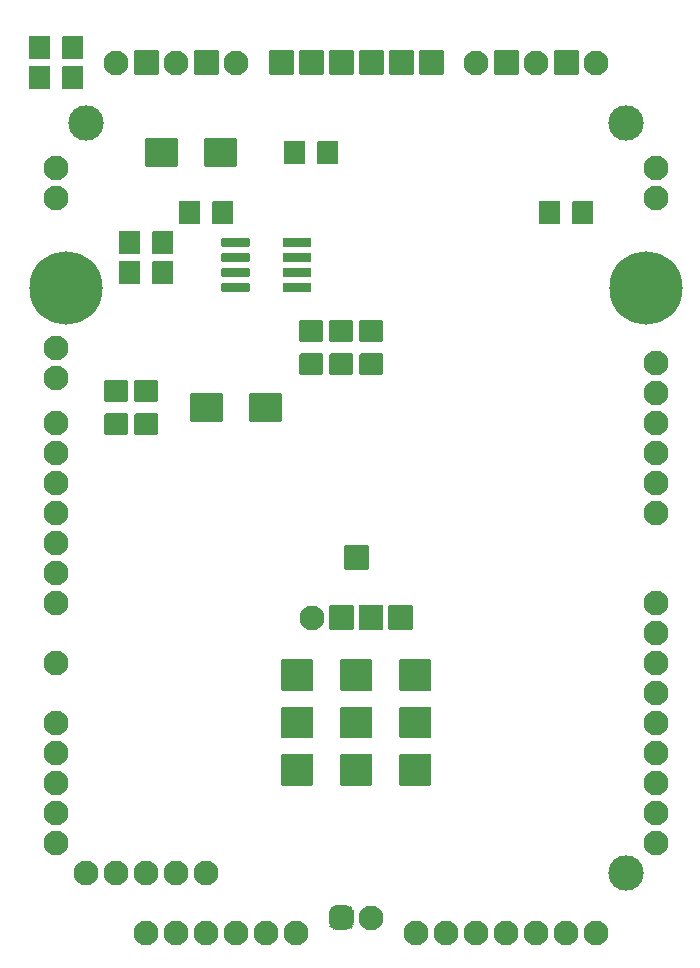
<source format=gbr>
G04 #@! TF.GenerationSoftware,KiCad,Pcbnew,5.1.12-84ad8e8a86~92~ubuntu20.04.1*
G04 #@! TF.CreationDate,2023-04-09T19:56:31+06:00*
G04 #@! TF.ProjectId,phaser_a_r1a,70686173-6572-45f6-915f-7231612e6b69,1A*
G04 #@! TF.SameCoordinates,Original*
G04 #@! TF.FileFunction,Soldermask,Bot*
G04 #@! TF.FilePolarity,Negative*
%FSLAX46Y46*%
G04 Gerber Fmt 4.6, Leading zero omitted, Abs format (unit mm)*
G04 Created by KiCad (PCBNEW 5.1.12-84ad8e8a86~92~ubuntu20.04.1) date 2023-04-09 19:56:31*
%MOMM*%
%LPD*%
G01*
G04 APERTURE LIST*
%ADD10C,3.000000*%
%ADD11C,2.100000*%
%ADD12C,6.200000*%
%ADD13C,0.100000*%
G04 APERTURE END LIST*
D10*
X128270000Y-196850000D03*
X82550000Y-133350000D03*
X128270000Y-133350000D03*
D11*
X80010000Y-158750000D03*
X80010000Y-161290000D03*
X80010000Y-184150000D03*
X80010000Y-173990000D03*
X80010000Y-179070000D03*
G36*
G01*
X103900000Y-134990000D02*
X103900000Y-136790000D01*
G75*
G02*
X103800000Y-136890000I-100000J0D01*
G01*
X102200000Y-136890000D01*
G75*
G02*
X102100000Y-136790000I0J100000D01*
G01*
X102100000Y-134990000D01*
G75*
G02*
X102200000Y-134890000I100000J0D01*
G01*
X103800000Y-134890000D01*
G75*
G02*
X103900000Y-134990000I0J-100000D01*
G01*
G37*
G36*
G01*
X101100000Y-134990000D02*
X101100000Y-136790000D01*
G75*
G02*
X101000000Y-136890000I-100000J0D01*
G01*
X99400000Y-136890000D01*
G75*
G02*
X99300000Y-136790000I0J100000D01*
G01*
X99300000Y-134990000D01*
G75*
G02*
X99400000Y-134890000I100000J0D01*
G01*
X101000000Y-134890000D01*
G75*
G02*
X101100000Y-134990000I0J-100000D01*
G01*
G37*
G36*
G01*
X122140000Y-129220000D02*
X122140000Y-127320000D01*
G75*
G02*
X122240000Y-127220000I100000J0D01*
G01*
X124140000Y-127220000D01*
G75*
G02*
X124240000Y-127320000I0J-100000D01*
G01*
X124240000Y-129220000D01*
G75*
G02*
X124140000Y-129320000I-100000J0D01*
G01*
X122240000Y-129320000D01*
G75*
G02*
X122140000Y-129220000I0J100000D01*
G01*
G37*
G36*
G01*
X117060000Y-129220000D02*
X117060000Y-127320000D01*
G75*
G02*
X117160000Y-127220000I100000J0D01*
G01*
X119060000Y-127220000D01*
G75*
G02*
X119160000Y-127320000I0J-100000D01*
G01*
X119160000Y-129220000D01*
G75*
G02*
X119060000Y-129320000I-100000J0D01*
G01*
X117160000Y-129320000D01*
G75*
G02*
X117060000Y-129220000I0J100000D01*
G01*
G37*
G36*
G01*
X91660000Y-129220000D02*
X91660000Y-127320000D01*
G75*
G02*
X91760000Y-127220000I100000J0D01*
G01*
X93660000Y-127220000D01*
G75*
G02*
X93760000Y-127320000I0J-100000D01*
G01*
X93760000Y-129220000D01*
G75*
G02*
X93660000Y-129320000I-100000J0D01*
G01*
X91760000Y-129320000D01*
G75*
G02*
X91660000Y-129220000I0J100000D01*
G01*
G37*
G36*
G01*
X86580000Y-129220000D02*
X86580000Y-127320000D01*
G75*
G02*
X86680000Y-127220000I100000J0D01*
G01*
X88580000Y-127220000D01*
G75*
G02*
X88680000Y-127320000I0J-100000D01*
G01*
X88680000Y-129220000D01*
G75*
G02*
X88580000Y-129320000I-100000J0D01*
G01*
X86680000Y-129320000D01*
G75*
G02*
X86580000Y-129220000I0J100000D01*
G01*
G37*
G36*
G01*
X105630000Y-129220000D02*
X105630000Y-127320000D01*
G75*
G02*
X105730000Y-127220000I100000J0D01*
G01*
X107630000Y-127220000D01*
G75*
G02*
X107730000Y-127320000I0J-100000D01*
G01*
X107730000Y-129220000D01*
G75*
G02*
X107630000Y-129320000I-100000J0D01*
G01*
X105730000Y-129320000D01*
G75*
G02*
X105630000Y-129220000I0J100000D01*
G01*
G37*
G36*
G01*
X98010000Y-129220000D02*
X98010000Y-127320000D01*
G75*
G02*
X98110000Y-127220000I100000J0D01*
G01*
X100010000Y-127220000D01*
G75*
G02*
X100110000Y-127320000I0J-100000D01*
G01*
X100110000Y-129220000D01*
G75*
G02*
X100010000Y-129320000I-100000J0D01*
G01*
X98110000Y-129320000D01*
G75*
G02*
X98010000Y-129220000I0J100000D01*
G01*
G37*
G36*
G01*
X103090000Y-129220000D02*
X103090000Y-127320000D01*
G75*
G02*
X103190000Y-127220000I100000J0D01*
G01*
X105090000Y-127220000D01*
G75*
G02*
X105190000Y-127320000I0J-100000D01*
G01*
X105190000Y-129220000D01*
G75*
G02*
X105090000Y-129320000I-100000J0D01*
G01*
X103190000Y-129320000D01*
G75*
G02*
X103090000Y-129220000I0J100000D01*
G01*
G37*
G36*
G01*
X100550000Y-129220000D02*
X100550000Y-127320000D01*
G75*
G02*
X100650000Y-127220000I100000J0D01*
G01*
X102550000Y-127220000D01*
G75*
G02*
X102650000Y-127320000I0J-100000D01*
G01*
X102650000Y-129220000D01*
G75*
G02*
X102550000Y-129320000I-100000J0D01*
G01*
X100650000Y-129320000D01*
G75*
G02*
X100550000Y-129220000I0J100000D01*
G01*
G37*
G36*
G01*
X108170000Y-129220000D02*
X108170000Y-127320000D01*
G75*
G02*
X108270000Y-127220000I100000J0D01*
G01*
X110170000Y-127220000D01*
G75*
G02*
X110270000Y-127320000I0J-100000D01*
G01*
X110270000Y-129220000D01*
G75*
G02*
X110170000Y-129320000I-100000J0D01*
G01*
X108270000Y-129320000D01*
G75*
G02*
X108170000Y-129220000I0J100000D01*
G01*
G37*
G36*
G01*
X110710000Y-129220000D02*
X110710000Y-127320000D01*
G75*
G02*
X110810000Y-127220000I100000J0D01*
G01*
X112710000Y-127220000D01*
G75*
G02*
X112810000Y-127320000I0J-100000D01*
G01*
X112810000Y-129220000D01*
G75*
G02*
X112710000Y-129320000I-100000J0D01*
G01*
X110810000Y-129320000D01*
G75*
G02*
X110710000Y-129220000I0J100000D01*
G01*
G37*
X95250000Y-128270000D03*
X90170000Y-128270000D03*
X85090000Y-128270000D03*
X125730000Y-128270000D03*
X120650000Y-128270000D03*
X115570000Y-128270000D03*
D12*
X80840000Y-147320000D03*
X129980000Y-147320000D03*
D11*
X130810000Y-139700000D03*
X130810000Y-137160000D03*
X130810000Y-161290000D03*
X130810000Y-158750000D03*
X80010000Y-137160000D03*
X80010000Y-139700000D03*
X80010000Y-191770000D03*
X80010000Y-194310000D03*
X80010000Y-186690000D03*
X80010000Y-189230000D03*
X80010000Y-168910000D03*
X80010000Y-171450000D03*
X80010000Y-163830000D03*
X80010000Y-166370000D03*
X130810000Y-163830000D03*
X130810000Y-166370000D03*
X80010000Y-154940000D03*
X80010000Y-152400000D03*
X130810000Y-156210000D03*
X130810000Y-153670000D03*
X130810000Y-173990000D03*
X130810000Y-176530000D03*
X130810000Y-189230000D03*
X130810000Y-191770000D03*
X130810000Y-194310000D03*
X130810000Y-186690000D03*
X130810000Y-184150000D03*
X130810000Y-181610000D03*
X130810000Y-179070000D03*
X92710000Y-196850000D03*
X90170000Y-196850000D03*
X87630000Y-196850000D03*
X85090000Y-196850000D03*
X82550000Y-196850000D03*
X100330000Y-201930000D03*
X97790000Y-201930000D03*
X95250000Y-201930000D03*
X92710000Y-201930000D03*
X90170000Y-201930000D03*
X87630000Y-201930000D03*
X125730000Y-201930000D03*
X123190000Y-201930000D03*
X120650000Y-201930000D03*
X118110000Y-201930000D03*
X115570000Y-201930000D03*
X113030000Y-201930000D03*
X110490000Y-201930000D03*
G36*
G01*
X86730000Y-155180000D02*
X88530000Y-155180000D01*
G75*
G02*
X88630000Y-155280000I0J-100000D01*
G01*
X88630000Y-156880000D01*
G75*
G02*
X88530000Y-156980000I-100000J0D01*
G01*
X86730000Y-156980000D01*
G75*
G02*
X86630000Y-156880000I0J100000D01*
G01*
X86630000Y-155280000D01*
G75*
G02*
X86730000Y-155180000I100000J0D01*
G01*
G37*
G36*
G01*
X86730000Y-157980000D02*
X88530000Y-157980000D01*
G75*
G02*
X88630000Y-158080000I0J-100000D01*
G01*
X88630000Y-159680000D01*
G75*
G02*
X88530000Y-159780000I-100000J0D01*
G01*
X86730000Y-159780000D01*
G75*
G02*
X86630000Y-159680000I0J100000D01*
G01*
X86630000Y-158080000D01*
G75*
G02*
X86730000Y-157980000I100000J0D01*
G01*
G37*
G36*
G01*
X105780000Y-152900000D02*
X107580000Y-152900000D01*
G75*
G02*
X107680000Y-153000000I0J-100000D01*
G01*
X107680000Y-154600000D01*
G75*
G02*
X107580000Y-154700000I-100000J0D01*
G01*
X105780000Y-154700000D01*
G75*
G02*
X105680000Y-154600000I0J100000D01*
G01*
X105680000Y-153000000D01*
G75*
G02*
X105780000Y-152900000I100000J0D01*
G01*
G37*
G36*
G01*
X105780000Y-150100000D02*
X107580000Y-150100000D01*
G75*
G02*
X107680000Y-150200000I0J-100000D01*
G01*
X107680000Y-151800000D01*
G75*
G02*
X107580000Y-151900000I-100000J0D01*
G01*
X105780000Y-151900000D01*
G75*
G02*
X105680000Y-151800000I0J100000D01*
G01*
X105680000Y-150200000D01*
G75*
G02*
X105780000Y-150100000I100000J0D01*
G01*
G37*
G36*
G01*
X125490000Y-140070000D02*
X125490000Y-141870000D01*
G75*
G02*
X125390000Y-141970000I-100000J0D01*
G01*
X123790000Y-141970000D01*
G75*
G02*
X123690000Y-141870000I0J100000D01*
G01*
X123690000Y-140070000D01*
G75*
G02*
X123790000Y-139970000I100000J0D01*
G01*
X125390000Y-139970000D01*
G75*
G02*
X125490000Y-140070000I0J-100000D01*
G01*
G37*
G36*
G01*
X122690000Y-140070000D02*
X122690000Y-141870000D01*
G75*
G02*
X122590000Y-141970000I-100000J0D01*
G01*
X120990000Y-141970000D01*
G75*
G02*
X120890000Y-141870000I0J100000D01*
G01*
X120890000Y-140070000D01*
G75*
G02*
X120990000Y-139970000I100000J0D01*
G01*
X122590000Y-139970000D01*
G75*
G02*
X122690000Y-140070000I0J-100000D01*
G01*
G37*
G36*
G01*
X102500000Y-151900000D02*
X100700000Y-151900000D01*
G75*
G02*
X100600000Y-151800000I0J100000D01*
G01*
X100600000Y-150200000D01*
G75*
G02*
X100700000Y-150100000I100000J0D01*
G01*
X102500000Y-150100000D01*
G75*
G02*
X102600000Y-150200000I0J-100000D01*
G01*
X102600000Y-151800000D01*
G75*
G02*
X102500000Y-151900000I-100000J0D01*
G01*
G37*
G36*
G01*
X102500000Y-154700000D02*
X100700000Y-154700000D01*
G75*
G02*
X100600000Y-154600000I0J100000D01*
G01*
X100600000Y-153000000D01*
G75*
G02*
X100700000Y-152900000I100000J0D01*
G01*
X102500000Y-152900000D01*
G75*
G02*
X102600000Y-153000000I0J-100000D01*
G01*
X102600000Y-154600000D01*
G75*
G02*
X102500000Y-154700000I-100000J0D01*
G01*
G37*
G36*
G01*
X87130000Y-145150000D02*
X87130000Y-146950000D01*
G75*
G02*
X87030000Y-147050000I-100000J0D01*
G01*
X85430000Y-147050000D01*
G75*
G02*
X85330000Y-146950000I0J100000D01*
G01*
X85330000Y-145150000D01*
G75*
G02*
X85430000Y-145050000I100000J0D01*
G01*
X87030000Y-145050000D01*
G75*
G02*
X87130000Y-145150000I0J-100000D01*
G01*
G37*
G36*
G01*
X89930000Y-145150000D02*
X89930000Y-146950000D01*
G75*
G02*
X89830000Y-147050000I-100000J0D01*
G01*
X88230000Y-147050000D01*
G75*
G02*
X88130000Y-146950000I0J100000D01*
G01*
X88130000Y-145150000D01*
G75*
G02*
X88230000Y-145050000I100000J0D01*
G01*
X89830000Y-145050000D01*
G75*
G02*
X89930000Y-145150000I0J-100000D01*
G01*
G37*
G36*
G01*
X88130000Y-144410000D02*
X88130000Y-142610000D01*
G75*
G02*
X88230000Y-142510000I100000J0D01*
G01*
X89830000Y-142510000D01*
G75*
G02*
X89930000Y-142610000I0J-100000D01*
G01*
X89930000Y-144410000D01*
G75*
G02*
X89830000Y-144510000I-100000J0D01*
G01*
X88230000Y-144510000D01*
G75*
G02*
X88130000Y-144410000I0J100000D01*
G01*
G37*
G36*
G01*
X85330000Y-144410000D02*
X85330000Y-142610000D01*
G75*
G02*
X85430000Y-142510000I100000J0D01*
G01*
X87030000Y-142510000D01*
G75*
G02*
X87130000Y-142610000I0J-100000D01*
G01*
X87130000Y-144410000D01*
G75*
G02*
X87030000Y-144510000I-100000J0D01*
G01*
X85430000Y-144510000D01*
G75*
G02*
X85330000Y-144410000I0J100000D01*
G01*
G37*
G36*
G01*
X95010000Y-140070000D02*
X95010000Y-141870000D01*
G75*
G02*
X94910000Y-141970000I-100000J0D01*
G01*
X93310000Y-141970000D01*
G75*
G02*
X93210000Y-141870000I0J100000D01*
G01*
X93210000Y-140070000D01*
G75*
G02*
X93310000Y-139970000I100000J0D01*
G01*
X94910000Y-139970000D01*
G75*
G02*
X95010000Y-140070000I0J-100000D01*
G01*
G37*
G36*
G01*
X92210000Y-140070000D02*
X92210000Y-141870000D01*
G75*
G02*
X92110000Y-141970000I-100000J0D01*
G01*
X90510000Y-141970000D01*
G75*
G02*
X90410000Y-141870000I0J100000D01*
G01*
X90410000Y-140070000D01*
G75*
G02*
X90510000Y-139970000I100000J0D01*
G01*
X92110000Y-139970000D01*
G75*
G02*
X92210000Y-140070000I0J-100000D01*
G01*
G37*
G36*
G01*
X80510000Y-130440000D02*
X80510000Y-128640000D01*
G75*
G02*
X80610000Y-128540000I100000J0D01*
G01*
X82210000Y-128540000D01*
G75*
G02*
X82310000Y-128640000I0J-100000D01*
G01*
X82310000Y-130440000D01*
G75*
G02*
X82210000Y-130540000I-100000J0D01*
G01*
X80610000Y-130540000D01*
G75*
G02*
X80510000Y-130440000I0J100000D01*
G01*
G37*
G36*
G01*
X77710000Y-130440000D02*
X77710000Y-128640000D01*
G75*
G02*
X77810000Y-128540000I100000J0D01*
G01*
X79410000Y-128540000D01*
G75*
G02*
X79510000Y-128640000I0J-100000D01*
G01*
X79510000Y-130440000D01*
G75*
G02*
X79410000Y-130540000I-100000J0D01*
G01*
X77810000Y-130540000D01*
G75*
G02*
X77710000Y-130440000I0J100000D01*
G01*
G37*
G36*
G01*
X99190000Y-147620000D02*
X99190000Y-147020000D01*
G75*
G02*
X99290000Y-146920000I100000J0D01*
G01*
X101490000Y-146920000D01*
G75*
G02*
X101590000Y-147020000I0J-100000D01*
G01*
X101590000Y-147620000D01*
G75*
G02*
X101490000Y-147720000I-100000J0D01*
G01*
X99290000Y-147720000D01*
G75*
G02*
X99190000Y-147620000I0J100000D01*
G01*
G37*
G36*
G01*
X99190000Y-146350000D02*
X99190000Y-145750000D01*
G75*
G02*
X99290000Y-145650000I100000J0D01*
G01*
X101490000Y-145650000D01*
G75*
G02*
X101590000Y-145750000I0J-100000D01*
G01*
X101590000Y-146350000D01*
G75*
G02*
X101490000Y-146450000I-100000J0D01*
G01*
X99290000Y-146450000D01*
G75*
G02*
X99190000Y-146350000I0J100000D01*
G01*
G37*
G36*
G01*
X99190000Y-145080000D02*
X99190000Y-144480000D01*
G75*
G02*
X99290000Y-144380000I100000J0D01*
G01*
X101490000Y-144380000D01*
G75*
G02*
X101590000Y-144480000I0J-100000D01*
G01*
X101590000Y-145080000D01*
G75*
G02*
X101490000Y-145180000I-100000J0D01*
G01*
X99290000Y-145180000D01*
G75*
G02*
X99190000Y-145080000I0J100000D01*
G01*
G37*
G36*
G01*
X99190000Y-143810000D02*
X99190000Y-143210000D01*
G75*
G02*
X99290000Y-143110000I100000J0D01*
G01*
X101490000Y-143110000D01*
G75*
G02*
X101590000Y-143210000I0J-100000D01*
G01*
X101590000Y-143810000D01*
G75*
G02*
X101490000Y-143910000I-100000J0D01*
G01*
X99290000Y-143910000D01*
G75*
G02*
X99190000Y-143810000I0J100000D01*
G01*
G37*
G36*
G01*
X93990000Y-143810000D02*
X93990000Y-143210000D01*
G75*
G02*
X94090000Y-143110000I100000J0D01*
G01*
X96290000Y-143110000D01*
G75*
G02*
X96390000Y-143210000I0J-100000D01*
G01*
X96390000Y-143810000D01*
G75*
G02*
X96290000Y-143910000I-100000J0D01*
G01*
X94090000Y-143910000D01*
G75*
G02*
X93990000Y-143810000I0J100000D01*
G01*
G37*
G36*
G01*
X93990000Y-145080000D02*
X93990000Y-144480000D01*
G75*
G02*
X94090000Y-144380000I100000J0D01*
G01*
X96290000Y-144380000D01*
G75*
G02*
X96390000Y-144480000I0J-100000D01*
G01*
X96390000Y-145080000D01*
G75*
G02*
X96290000Y-145180000I-100000J0D01*
G01*
X94090000Y-145180000D01*
G75*
G02*
X93990000Y-145080000I0J100000D01*
G01*
G37*
G36*
G01*
X93990000Y-146350000D02*
X93990000Y-145750000D01*
G75*
G02*
X94090000Y-145650000I100000J0D01*
G01*
X96290000Y-145650000D01*
G75*
G02*
X96390000Y-145750000I0J-100000D01*
G01*
X96390000Y-146350000D01*
G75*
G02*
X96290000Y-146450000I-100000J0D01*
G01*
X94090000Y-146450000D01*
G75*
G02*
X93990000Y-146350000I0J100000D01*
G01*
G37*
G36*
G01*
X93990000Y-147620000D02*
X93990000Y-147020000D01*
G75*
G02*
X94090000Y-146920000I100000J0D01*
G01*
X96290000Y-146920000D01*
G75*
G02*
X96390000Y-147020000I0J-100000D01*
G01*
X96390000Y-147620000D01*
G75*
G02*
X96290000Y-147720000I-100000J0D01*
G01*
X94090000Y-147720000D01*
G75*
G02*
X93990000Y-147620000I0J100000D01*
G01*
G37*
G36*
G01*
X94150000Y-156380000D02*
X94150000Y-158580000D01*
G75*
G02*
X94050000Y-158680000I-100000J0D01*
G01*
X91450000Y-158680000D01*
G75*
G02*
X91350000Y-158580000I0J100000D01*
G01*
X91350000Y-156380000D01*
G75*
G02*
X91450000Y-156280000I100000J0D01*
G01*
X94050000Y-156280000D01*
G75*
G02*
X94150000Y-156380000I0J-100000D01*
G01*
G37*
G36*
G01*
X99150000Y-156380000D02*
X99150000Y-158580000D01*
G75*
G02*
X99050000Y-158680000I-100000J0D01*
G01*
X96450000Y-158680000D01*
G75*
G02*
X96350000Y-158580000I0J100000D01*
G01*
X96350000Y-156380000D01*
G75*
G02*
X96450000Y-156280000I100000J0D01*
G01*
X99050000Y-156280000D01*
G75*
G02*
X99150000Y-156380000I0J-100000D01*
G01*
G37*
G36*
G01*
X103240000Y-152900000D02*
X105040000Y-152900000D01*
G75*
G02*
X105140000Y-153000000I0J-100000D01*
G01*
X105140000Y-154600000D01*
G75*
G02*
X105040000Y-154700000I-100000J0D01*
G01*
X103240000Y-154700000D01*
G75*
G02*
X103140000Y-154600000I0J100000D01*
G01*
X103140000Y-153000000D01*
G75*
G02*
X103240000Y-152900000I100000J0D01*
G01*
G37*
G36*
G01*
X103240000Y-150100000D02*
X105040000Y-150100000D01*
G75*
G02*
X105140000Y-150200000I0J-100000D01*
G01*
X105140000Y-151800000D01*
G75*
G02*
X105040000Y-151900000I-100000J0D01*
G01*
X103240000Y-151900000D01*
G75*
G02*
X103140000Y-151800000I0J100000D01*
G01*
X103140000Y-150200000D01*
G75*
G02*
X103240000Y-150100000I100000J0D01*
G01*
G37*
G36*
G01*
X87540000Y-136990000D02*
X87540000Y-134790000D01*
G75*
G02*
X87640000Y-134690000I100000J0D01*
G01*
X90240000Y-134690000D01*
G75*
G02*
X90340000Y-134790000I0J-100000D01*
G01*
X90340000Y-136990000D01*
G75*
G02*
X90240000Y-137090000I-100000J0D01*
G01*
X87640000Y-137090000D01*
G75*
G02*
X87540000Y-136990000I0J100000D01*
G01*
G37*
G36*
G01*
X92540000Y-136990000D02*
X92540000Y-134790000D01*
G75*
G02*
X92640000Y-134690000I100000J0D01*
G01*
X95240000Y-134690000D01*
G75*
G02*
X95340000Y-134790000I0J-100000D01*
G01*
X95340000Y-136990000D01*
G75*
G02*
X95240000Y-137090000I-100000J0D01*
G01*
X92640000Y-137090000D01*
G75*
G02*
X92540000Y-136990000I0J100000D01*
G01*
G37*
G36*
G01*
X79510000Y-126100000D02*
X79510000Y-127900000D01*
G75*
G02*
X79410000Y-128000000I-100000J0D01*
G01*
X77810000Y-128000000D01*
G75*
G02*
X77710000Y-127900000I0J100000D01*
G01*
X77710000Y-126100000D01*
G75*
G02*
X77810000Y-126000000I100000J0D01*
G01*
X79410000Y-126000000D01*
G75*
G02*
X79510000Y-126100000I0J-100000D01*
G01*
G37*
G36*
G01*
X82310000Y-126100000D02*
X82310000Y-127900000D01*
G75*
G02*
X82210000Y-128000000I-100000J0D01*
G01*
X80610000Y-128000000D01*
G75*
G02*
X80510000Y-127900000I0J100000D01*
G01*
X80510000Y-126100000D01*
G75*
G02*
X80610000Y-126000000I100000J0D01*
G01*
X82210000Y-126000000D01*
G75*
G02*
X82310000Y-126100000I0J-100000D01*
G01*
G37*
G36*
G01*
X85990000Y-159780000D02*
X84190000Y-159780000D01*
G75*
G02*
X84090000Y-159680000I0J100000D01*
G01*
X84090000Y-158080000D01*
G75*
G02*
X84190000Y-157980000I100000J0D01*
G01*
X85990000Y-157980000D01*
G75*
G02*
X86090000Y-158080000I0J-100000D01*
G01*
X86090000Y-159680000D01*
G75*
G02*
X85990000Y-159780000I-100000J0D01*
G01*
G37*
G36*
G01*
X85990000Y-156980000D02*
X84190000Y-156980000D01*
G75*
G02*
X84090000Y-156880000I0J100000D01*
G01*
X84090000Y-155280000D01*
G75*
G02*
X84190000Y-155180000I100000J0D01*
G01*
X85990000Y-155180000D01*
G75*
G02*
X86090000Y-155280000I0J-100000D01*
G01*
X86090000Y-156880000D01*
G75*
G02*
X85990000Y-156980000I-100000J0D01*
G01*
G37*
G36*
G01*
X104360000Y-171130000D02*
X104360000Y-169230000D01*
G75*
G02*
X104460000Y-169130000I100000J0D01*
G01*
X106360000Y-169130000D01*
G75*
G02*
X106460000Y-169230000I0J-100000D01*
G01*
X106460000Y-171130000D01*
G75*
G02*
X106360000Y-171230000I-100000J0D01*
G01*
X104460000Y-171230000D01*
G75*
G02*
X104360000Y-171130000I0J100000D01*
G01*
G37*
X106680000Y-200660000D03*
G36*
G01*
X105190000Y-200240000D02*
X105190000Y-201080000D01*
G75*
G02*
X104560000Y-201710000I-630000J0D01*
G01*
X103720000Y-201710000D01*
G75*
G02*
X103090000Y-201080000I0J630000D01*
G01*
X103090000Y-200240000D01*
G75*
G02*
X103720000Y-199610000I630000J0D01*
G01*
X104560000Y-199610000D01*
G75*
G02*
X105190000Y-200240000I0J-630000D01*
G01*
G37*
G36*
G01*
X109060000Y-185400000D02*
X109060000Y-182900000D01*
G75*
G02*
X109160000Y-182800000I100000J0D01*
G01*
X111660000Y-182800000D01*
G75*
G02*
X111760000Y-182900000I0J-100000D01*
G01*
X111760000Y-185400000D01*
G75*
G02*
X111660000Y-185500000I-100000J0D01*
G01*
X109160000Y-185500000D01*
G75*
G02*
X109060000Y-185400000I0J100000D01*
G01*
G37*
G36*
G01*
X109060000Y-189400000D02*
X109060000Y-186900000D01*
G75*
G02*
X109160000Y-186800000I100000J0D01*
G01*
X111660000Y-186800000D01*
G75*
G02*
X111760000Y-186900000I0J-100000D01*
G01*
X111760000Y-189400000D01*
G75*
G02*
X111660000Y-189500000I-100000J0D01*
G01*
X109160000Y-189500000D01*
G75*
G02*
X109060000Y-189400000I0J100000D01*
G01*
G37*
G36*
G01*
X109060000Y-181400000D02*
X109060000Y-178900000D01*
G75*
G02*
X109160000Y-178800000I100000J0D01*
G01*
X111660000Y-178800000D01*
G75*
G02*
X111760000Y-178900000I0J-100000D01*
G01*
X111760000Y-181400000D01*
G75*
G02*
X111660000Y-181500000I-100000J0D01*
G01*
X109160000Y-181500000D01*
G75*
G02*
X109060000Y-181400000I0J100000D01*
G01*
G37*
G36*
G01*
X104060000Y-185400000D02*
X104060000Y-182900000D01*
G75*
G02*
X104160000Y-182800000I100000J0D01*
G01*
X106660000Y-182800000D01*
G75*
G02*
X106760000Y-182900000I0J-100000D01*
G01*
X106760000Y-185400000D01*
G75*
G02*
X106660000Y-185500000I-100000J0D01*
G01*
X104160000Y-185500000D01*
G75*
G02*
X104060000Y-185400000I0J100000D01*
G01*
G37*
G36*
G01*
X104060000Y-189400000D02*
X104060000Y-186900000D01*
G75*
G02*
X104160000Y-186800000I100000J0D01*
G01*
X106660000Y-186800000D01*
G75*
G02*
X106760000Y-186900000I0J-100000D01*
G01*
X106760000Y-189400000D01*
G75*
G02*
X106660000Y-189500000I-100000J0D01*
G01*
X104160000Y-189500000D01*
G75*
G02*
X104060000Y-189400000I0J100000D01*
G01*
G37*
G36*
G01*
X104060000Y-181400000D02*
X104060000Y-178900000D01*
G75*
G02*
X104160000Y-178800000I100000J0D01*
G01*
X106660000Y-178800000D01*
G75*
G02*
X106760000Y-178900000I0J-100000D01*
G01*
X106760000Y-181400000D01*
G75*
G02*
X106660000Y-181500000I-100000J0D01*
G01*
X104160000Y-181500000D01*
G75*
G02*
X104060000Y-181400000I0J100000D01*
G01*
G37*
G36*
G01*
X99060000Y-181400000D02*
X99060000Y-178900000D01*
G75*
G02*
X99160000Y-178800000I100000J0D01*
G01*
X101660000Y-178800000D01*
G75*
G02*
X101760000Y-178900000I0J-100000D01*
G01*
X101760000Y-181400000D01*
G75*
G02*
X101660000Y-181500000I-100000J0D01*
G01*
X99160000Y-181500000D01*
G75*
G02*
X99060000Y-181400000I0J100000D01*
G01*
G37*
G36*
G01*
X99060000Y-185400000D02*
X99060000Y-182900000D01*
G75*
G02*
X99160000Y-182800000I100000J0D01*
G01*
X101660000Y-182800000D01*
G75*
G02*
X101760000Y-182900000I0J-100000D01*
G01*
X101760000Y-185400000D01*
G75*
G02*
X101660000Y-185500000I-100000J0D01*
G01*
X99160000Y-185500000D01*
G75*
G02*
X99060000Y-185400000I0J100000D01*
G01*
G37*
G36*
G01*
X99060000Y-189400000D02*
X99060000Y-186900000D01*
G75*
G02*
X99160000Y-186800000I100000J0D01*
G01*
X101660000Y-186800000D01*
G75*
G02*
X101760000Y-186900000I0J-100000D01*
G01*
X101760000Y-189400000D01*
G75*
G02*
X101660000Y-189500000I-100000J0D01*
G01*
X99160000Y-189500000D01*
G75*
G02*
X99060000Y-189400000I0J100000D01*
G01*
G37*
X101660000Y-175260000D03*
G36*
G01*
X103110000Y-176210000D02*
X103110000Y-174310000D01*
G75*
G02*
X103210000Y-174210000I100000J0D01*
G01*
X105110000Y-174210000D01*
G75*
G02*
X105210000Y-174310000I0J-100000D01*
G01*
X105210000Y-176210000D01*
G75*
G02*
X105110000Y-176310000I-100000J0D01*
G01*
X103210000Y-176310000D01*
G75*
G02*
X103110000Y-176210000I0J100000D01*
G01*
G37*
G36*
G01*
X105610000Y-176210000D02*
X105610000Y-174310000D01*
G75*
G02*
X105710000Y-174210000I100000J0D01*
G01*
X107610000Y-174210000D01*
G75*
G02*
X107710000Y-174310000I0J-100000D01*
G01*
X107710000Y-176210000D01*
G75*
G02*
X107610000Y-176310000I-100000J0D01*
G01*
X105710000Y-176310000D01*
G75*
G02*
X105610000Y-176210000I0J100000D01*
G01*
G37*
G36*
G01*
X108110000Y-176210000D02*
X108110000Y-174310000D01*
G75*
G02*
X108210000Y-174210000I100000J0D01*
G01*
X110110000Y-174210000D01*
G75*
G02*
X110210000Y-174310000I0J-100000D01*
G01*
X110210000Y-176210000D01*
G75*
G02*
X110110000Y-176310000I-100000J0D01*
G01*
X108210000Y-176310000D01*
G75*
G02*
X108110000Y-176210000I0J100000D01*
G01*
G37*
D13*
G36*
X103091990Y-201079804D02*
G01*
X103104075Y-201202512D01*
X103139813Y-201320322D01*
X103197845Y-201428893D01*
X103275944Y-201524056D01*
X103371107Y-201602155D01*
X103479678Y-201660187D01*
X103597488Y-201695925D01*
X103720196Y-201708010D01*
X103721822Y-201709175D01*
X103721626Y-201711165D01*
X103720000Y-201712000D01*
X103684908Y-201712000D01*
X103684712Y-201711990D01*
X103564797Y-201700179D01*
X103564412Y-201700103D01*
X103453820Y-201666556D01*
X103453458Y-201666406D01*
X103351540Y-201611930D01*
X103351214Y-201611712D01*
X103261880Y-201538397D01*
X103261603Y-201538120D01*
X103188288Y-201448786D01*
X103188070Y-201448460D01*
X103133594Y-201346542D01*
X103133444Y-201346180D01*
X103099897Y-201235588D01*
X103099821Y-201235203D01*
X103088010Y-201115288D01*
X103088000Y-201115092D01*
X103088000Y-201080000D01*
X103089000Y-201078268D01*
X103091000Y-201078268D01*
X103091990Y-201079804D01*
G37*
G36*
X105191165Y-201078374D02*
G01*
X105192000Y-201080000D01*
X105192000Y-201115092D01*
X105191990Y-201115288D01*
X105180179Y-201235203D01*
X105180103Y-201235588D01*
X105146556Y-201346180D01*
X105146406Y-201346542D01*
X105091930Y-201448460D01*
X105091712Y-201448786D01*
X105018397Y-201538120D01*
X105018120Y-201538397D01*
X104928786Y-201611712D01*
X104928460Y-201611930D01*
X104826542Y-201666406D01*
X104826180Y-201666556D01*
X104715588Y-201700103D01*
X104715203Y-201700179D01*
X104595288Y-201711990D01*
X104595092Y-201712000D01*
X104560000Y-201712000D01*
X104558268Y-201711000D01*
X104558268Y-201709000D01*
X104559804Y-201708010D01*
X104682512Y-201695925D01*
X104800322Y-201660187D01*
X104908893Y-201602155D01*
X105004056Y-201524056D01*
X105082155Y-201428893D01*
X105140187Y-201320322D01*
X105175925Y-201202512D01*
X105188010Y-201079804D01*
X105189175Y-201078178D01*
X105191165Y-201078374D01*
G37*
G36*
X103721732Y-199609000D02*
G01*
X103721732Y-199611000D01*
X103720196Y-199611990D01*
X103597488Y-199624075D01*
X103479678Y-199659813D01*
X103371107Y-199717845D01*
X103275944Y-199795944D01*
X103197845Y-199891107D01*
X103139813Y-199999678D01*
X103104075Y-200117488D01*
X103091990Y-200240196D01*
X103090825Y-200241822D01*
X103088835Y-200241626D01*
X103088000Y-200240000D01*
X103088000Y-200204908D01*
X103088010Y-200204712D01*
X103099821Y-200084797D01*
X103099897Y-200084412D01*
X103133444Y-199973820D01*
X103133594Y-199973458D01*
X103188070Y-199871540D01*
X103188288Y-199871214D01*
X103261603Y-199781880D01*
X103261880Y-199781603D01*
X103351214Y-199708288D01*
X103351540Y-199708070D01*
X103453458Y-199653594D01*
X103453820Y-199653444D01*
X103564412Y-199619897D01*
X103564797Y-199619821D01*
X103684712Y-199608010D01*
X103684908Y-199608000D01*
X103720000Y-199608000D01*
X103721732Y-199609000D01*
G37*
G36*
X104595288Y-199608010D02*
G01*
X104715203Y-199619821D01*
X104715588Y-199619897D01*
X104826180Y-199653444D01*
X104826542Y-199653594D01*
X104928460Y-199708070D01*
X104928786Y-199708288D01*
X105018120Y-199781603D01*
X105018397Y-199781880D01*
X105091712Y-199871214D01*
X105091930Y-199871540D01*
X105146406Y-199973458D01*
X105146556Y-199973820D01*
X105180103Y-200084412D01*
X105180179Y-200084797D01*
X105191990Y-200204712D01*
X105192000Y-200204908D01*
X105192000Y-200240000D01*
X105191000Y-200241732D01*
X105189000Y-200241732D01*
X105188010Y-200240196D01*
X105175925Y-200117488D01*
X105140187Y-199999678D01*
X105082155Y-199891107D01*
X105004056Y-199795944D01*
X104908893Y-199717845D01*
X104800322Y-199659813D01*
X104682512Y-199624075D01*
X104559804Y-199611990D01*
X104558178Y-199610825D01*
X104558374Y-199608835D01*
X104560000Y-199608000D01*
X104595092Y-199608000D01*
X104595288Y-199608010D01*
G37*
M02*

</source>
